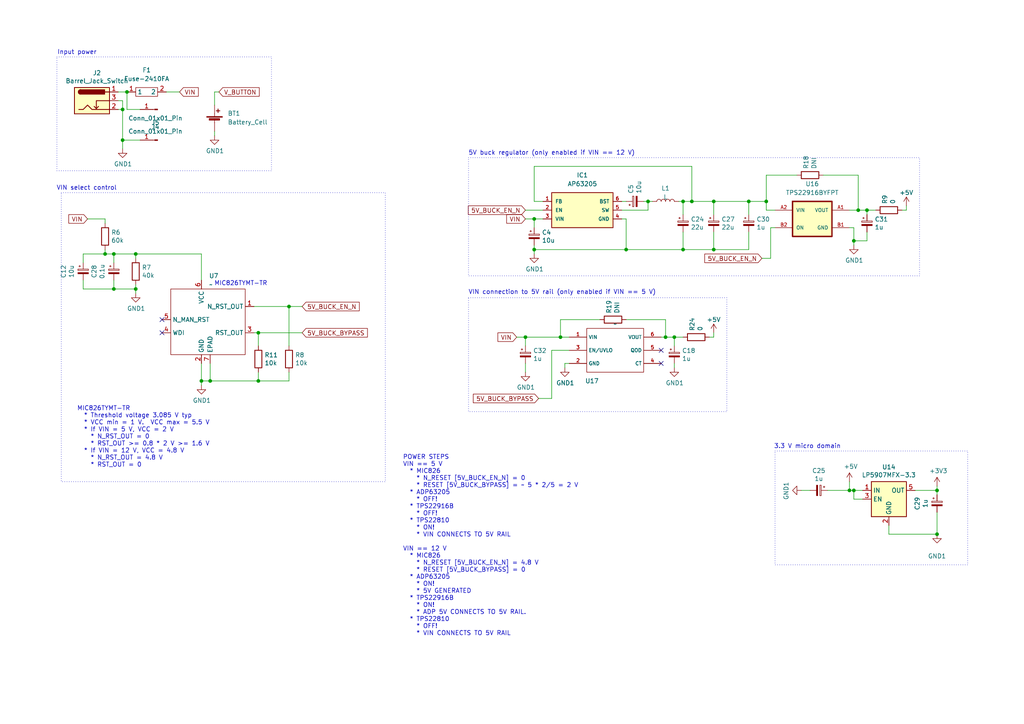
<source format=kicad_sch>
(kicad_sch (version 20231120) (generator "eeschema") (generator_version "8.0")
  (paper "A4")
  (lib_symbols
    (symbol "Connector:Barrel_Jack_Switch" (pin_names hide)
      (property "Reference" "J" (at 0 5.334 0))
      (property "Value" "Barrel_Jack_Switch" (at 0 -5.08 0))
      (symbol "Barrel_Jack_Switch_0_1"
        (rectangle (start -5.08 3.81) (end 5.08 -3.81) (stroke (width 0.254)) (fill (type background)))
        (arc (start -3.302 3.175) (mid -3.9343 2.54) (end -3.302 1.905) (stroke (width 0.254)))
        (arc (start -3.302 3.175) (mid -3.9343 2.54) (end -3.302 1.905) (stroke (width 0.254)) (fill (type outline)))
        (polyline (pts (xy 1.27 -2.286) (xy 1.905 -1.651)) (stroke (width 0.254)))
        (polyline (pts (xy 5.08 2.54) (xy 3.81 2.54)) (stroke (width 0.254)))
        (polyline (pts (xy 5.08 0) (xy 1.27 0) (xy 1.27 -2.286) (xy 0.635 -1.651)) (stroke (width 0.254)))
        (polyline (pts (xy -3.81 -2.54) (xy -2.54 -2.54) (xy -1.27 -1.27) (xy 0 -2.54) (xy 2.54 -2.54) (xy 5.08 -2.54)) (stroke (width 0.254)))
        (rectangle (start 3.683 3.175) (end -3.302 1.905) (stroke (width 0.254)) (fill (type outline)))
      )
      (symbol "Barrel_Jack_Switch_1_1"
        (pin passive line (at 7.62 2.54 180) (length 2.54) (name "~") (number "1"))
        (pin passive line (at 7.62 -2.54 180) (length 2.54) (name "~") (number "2"))
        (pin passive line (at 7.62 0 180) (length 2.54) (name "~") (number "3"))
      )
    )
    (symbol "Connector:Conn_01x01_Pin" (pin_names (offset 1.016) hide)
      (property "Reference" "J" (at 0 2.54 0))
      (property "Value" "Conn_01x01_Pin" (at 0 -2.54 0))
      (symbol "Conn_01x01_Pin_1_1"
        (polyline (pts (xy 1.27 0) (xy 0.8636 0)) (stroke (width 0.1524)))
        (rectangle (start 0.8636 0.127) (end 0 -0.127) (stroke (width 0.1524)) (fill (type outline)))
        (pin passive line (at 5.08 0 180) (length 3.81) (name "Pin_1") (number "1"))
      )
    )
    (symbol "Device:Battery_Cell" (pin_numbers hide) (pin_names (offset 0) hide)
      (property "Reference" "BT" (at 2.54 2.54 0))
      (property "Value" "Battery_Cell" (at 2.54 0 0))
      (symbol "Battery_Cell_0_1"
        (rectangle (start -2.286 1.778) (end 2.286 1.524) (fill (type outline)))
        (rectangle (start -1.5748 1.1938) (end 1.4732 0.6858) (fill (type outline)))
        (polyline (pts (xy 0 0.762) (xy 0 0)))
        (polyline (pts (xy 0 1.778) (xy 0 2.54)))
        (polyline (pts (xy 0.508 3.429) (xy 1.524 3.429)) (stroke (width 0.254)))
        (polyline (pts (xy 1.016 3.937) (xy 1.016 2.921)) (stroke (width 0.254)))
      )
      (symbol "Battery_Cell_1_1"
        (pin passive line (at 0 5.08 270) (length 2.54) (name "+") (number "1"))
        (pin passive line (at 0 -2.54 90) (length 2.54) (name "-") (number "2"))
      )
    )
    (symbol "Device:L" (pin_numbers hide) (pin_names (offset 1.016) hide)
      (property "Reference" "L" (at -1.27 0 90))
      (property "Value" "L" (at 1.905 0 90))
      (symbol "L_0_1"
        (arc (start 0 -2.54) (mid 0.6323 -1.905) (end 0 -1.27))
        (arc (start 0 -1.27) (mid 0.6323 -0.635) (end 0 0))
        (arc (start 0 0) (mid 0.6323 0.635) (end 0 1.27))
        (arc (start 0 1.27) (mid 0.6323 1.905) (end 0 2.54))
      )
      (symbol "L_1_1"
        (pin passive line (at 0 3.81 270) (length 1.27) (name "1") (number "1"))
        (pin passive line (at 0 -3.81 90) (length 1.27) (name "2") (number "2"))
      )
    )
    (symbol "Device:R" (pin_numbers hide) (pin_names (offset 0))
      (property "Reference" "R" (at 2.032 0 90))
      (property "Value" "R" (at 0 0 90))
      (symbol "R_0_1"
        (rectangle (start -1.016 -2.54) (end 1.016 2.54) (stroke (width 0.254)))
      )
      (symbol "R_1_1"
        (pin passive line (at 0 3.81 270) (length 1.27) (name "~") (number "1"))
        (pin passive line (at 0 -3.81 90) (length 1.27) (name "~") (number "2"))
      )
    )
    (symbol "Regulator_Linear:LP5907MFX-3.3"
      (property "Reference" "U" (at -3.81 6.35 0))
      (property "Value" "LP5907MFX-3.3" (at 6.35 6.35 0))
      (symbol "LP5907MFX-3.3_0_1"
        (rectangle (start -5.08 -5.08) (end 5.08 5.08) (stroke (width 0.254)) (fill (type background)))
        (pin power_in line (at -7.62 2.54 0) (length 2.54) (name "IN") (number "1"))
        (pin power_in line (at 0 -7.62 90) (length 2.54) (name "GND") (number "2"))
        (pin input line (at -7.62 0 0) (length 2.54) (name "EN") (number "3"))
        (pin no_connect line (at 5.08 0 180) (length 2.54) hide (name "NC") (number "4"))
        (pin power_out line (at 7.62 2.54 180) (length 2.54) (name "OUT") (number "5"))
      )
    )
    (symbol "power:+5V" (power) (pin_names (offset 0))
      (property "Value" "+5V" (at 0 3.556 0))
      (symbol "+5V_0_1"
        (polyline (pts (xy -0.762 1.27) (xy 0 2.54)))
        (polyline (pts (xy 0 0) (xy 0 2.54)))
        (polyline (pts (xy 0 2.54) (xy 0.762 1.27)))
      )
      (symbol "+5V_1_1"
        (pin power_in line (at 0 0 90) (length 0) hide (name "+5V") (number "1"))
      )
    )
    (symbol "power:GND1" (power) (pin_names (offset 0))
      (property "Value" "GND1" (at 0 -3.81 0))
      (symbol "GND1_0_1"
        (polyline (pts (xy 0 0) (xy 0 -1.27) (xy 1.27 -1.27) (xy 0 -2.54) (xy -1.27 -1.27) (xy 0 -1.27)))
      )
      (symbol "GND1_1_1"
        (pin power_in line (at 0 0 270) (length 0) hide (name "GND1") (number "1"))
      )
    )
    (symbol "spudglo_driver_v3p1-rescue:+3.3V-power" (power) (pin_names (offset 0))
      (property "Value" "+3.3V-power" (at 0 3.556 0))
      (symbol "+3.3V-power_0_1"
        (polyline (pts (xy -0.762 1.27) (xy 0 2.54)))
        (polyline (pts (xy 0 0) (xy 0 2.54)))
        (polyline (pts (xy 0 2.54) (xy 0.762 1.27)))
      )
      (symbol "+3.3V-power_1_1"
        (pin power_in line (at 0 0 90) (length 0) hide (name "+3V3") (number "1"))
      )
    )
    (symbol "spudglo_driver_v3p1-rescue:CP_Small-Device" (pin_numbers hide) (pin_names (offset 0.254) hide)
      (property "Reference" "C" (at 0.254 1.778 0))
      (property "Value" "CP_Small-Device" (at 0.254 -2.032 0))
      (symbol "CP_Small-Device_0_1"
        (rectangle (start -1.524 -0.3048) (end 1.524 -0.6858) (fill (type outline)))
        (rectangle (start -1.524 0.6858) (end 1.524 0.3048))
        (polyline (pts (xy -1.27 1.524) (xy -0.762 1.524)))
        (polyline (pts (xy -1.016 1.27) (xy -1.016 1.778)))
      )
      (symbol "CP_Small-Device_1_1"
        (pin passive line (at 0 2.54 270) (length 1.8542) (name "~") (number "1"))
        (pin passive line (at 0 -2.54 90) (length 1.8542) (name "~") (number "2"))
      )
    )
    (symbol "srw_custom:AP63205" (pin_names (offset 1.016))
      (property "Reference" "IC" (at 0 6.35 0))
      (property "Value" "AP63205" (at 0 -6.35 0))
      (symbol "AP63205_0_0"
        (rectangle (start -8.89 -5.08) (end 8.89 5.08) (stroke (width 0.254)) (fill (type background)))
        (pin bidirectional line (at -11.43 2.54 0) (length 2.54) (name "FB") (number "1"))
        (pin bidirectional line (at -11.43 0 0) (length 2.54) (name "EN") (number "2"))
        (pin bidirectional line (at -11.43 -2.54 0) (length 2.54) (name "VIN") (number "3"))
        (pin bidirectional line (at 11.43 -2.54 180) (length 2.54) (name "GND") (number "4"))
        (pin bidirectional line (at 11.43 0 180) (length 2.54) (name "SW") (number "5"))
        (pin bidirectional line (at 11.43 2.54 180) (length 2.54) (name "BST") (number "6"))
      )
    )
    (symbol "srw_custom:Fuse-2410FA"
      (property "Reference" "F" (at 0 0 0))
      (property "Value" "Fuse-2410FA" (at 0 2.54 0))
      (symbol "Fuse-2410FA_0_1"
        (rectangle (start 0 -2.54) (end 6.35 -5.08))
      )
      (symbol "Fuse-2410FA_1_1"
        (pin input line (at -2.54 -3.81 0) (length 2.54) (name "1") (number "1"))
        (pin input line (at 8.89 -3.81 180) (length 2.54) (name "2") (number "2"))
      )
    )
    (symbol "srw_custom:MIC826SYMT"
      (property "Reference" "U" (at -1.778 2.54 0))
      (symbol "MIC826SYMT_1_1"
        (rectangle (start 0 0) (end 21.59 -19.05))
        (pin input line (at 24.13 -5.08 180) (length 2.54) (name "N_RST_OUT") (number "1"))
        (pin input line (at 8.89 -21.59 90) (length 2.54) (name "GND") (number "2"))
        (pin input line (at 24.13 -12.7 180) (length 2.54) (name "RST_OUT") (number "3"))
        (pin input line (at -2.54 -12.7 0) (length 2.54) (name "WDI") (number "4"))
        (pin input line (at -2.54 -8.89 0) (length 2.54) (name "N_MAN_RST") (number "5"))
        (pin input line (at 8.89 2.54 270) (length 2.54) (name "VCC") (number "6"))
        (pin input line (at 11.43 -21.59 90) (length 2.54) (name "EPAD") (number "7"))
      )
    )
    (symbol "srw_custom:TPS22810TDBVRQ1"
      (property "Reference" "U" (at -1.778 1.778 0))
      (symbol "TPS22810TDBVRQ1_0_0"
        (pin bidirectional line (at -5.08 -2.54 0) (length 5.08) (name "VIN") (number "1"))
        (pin bidirectional line (at -5.08 -10.16 0) (length 5.08) (name "GND") (number "2"))
        (pin bidirectional line (at -5.08 -6.35 0) (length 5.08) (name "EN/UVLO") (number "3"))
        (pin bidirectional line (at 21.59 -10.16 180) (length 5.08) (name "CT") (number "4"))
        (pin bidirectional line (at 21.59 -6.35 180) (length 5.08) (name "QOD") (number "5"))
        (pin bidirectional line (at 21.59 -2.54 180) (length 5.08) (name "VOUT") (number "6"))
      )
      (symbol "TPS22810TDBVRQ1_1_1"
        (rectangle (start 0 0) (end 16.51 -12.7))
      )
    )
    (symbol "srw_custom:TPS22916BYFPT" (pin_names (offset 1.016))
      (property "Reference" "U" (at -17.8193 8.6391 0))
      (property "Value" "TPS22916BYFPT" (at -29.464 -5.842 0))
      (symbol "TPS22916BYFPT_0_0"
        (rectangle (start -17.78 7.62) (end -6.35 -2.54) (stroke (width 0.41)) (fill (type background)))
        (pin output line (at -1.27 5.08 180) (length 5.08) (name "VOUT") (number "A1"))
        (pin input line (at -22.86 5.08 0) (length 5.08) (name "VIN") (number "A2"))
        (pin power_in line (at -1.27 0 180) (length 5.08) (name "GND") (number "B1"))
        (pin bidirectional line (at -22.86 0 0) (length 5.08) (name "ON") (number "B2"))
      )
    )
  )
  (junction (at 207.01 72.39))
  (junction (at 83.82 88.9))
  (junction (at 36.83 26.67))
  (junction (at 152.4 97.79))
  (junction (at 195.58 97.79))
  (junction (at 33.02 73.66))
  (junction (at 193.04 97.79))
  (junction (at 154.94 63.5))
  (junction (at 207.01 58.42))
  (junction (at 74.93 96.52))
  (junction (at 246.38 142.24))
  (junction (at 58.42 110.49))
  (junction (at 154.94 72.39))
  (junction (at 39.37 73.66))
  (junction (at 33.02 83.82))
  (junction (at 247.65 142.24))
  (junction (at 248.92 60.96))
  (junction (at 35.56 31.75))
  (junction (at 200.66 58.42))
  (junction (at 60.96 110.49))
  (junction (at 35.56 40.64))
  (junction (at 30.48 73.66))
  (junction (at 271.78 154.94))
  (junction (at 198.12 72.39))
  (junction (at 162.56 97.79))
  (junction (at 271.78 142.24))
  (junction (at 39.37 83.82))
  (junction (at 247.65 69.85))
  (junction (at 198.12 58.42))
  (junction (at 187.96 58.42))
  (junction (at 222.25 58.42))
  (junction (at 251.46 60.96))
  (junction (at 217.17 58.42))
  (junction (at 74.93 110.49))
  (junction (at 181.61 72.39))
  (no_connect (at 191.77 101.6))
  (no_connect (at 46.99 92.71))
  (no_connect (at 191.77 105.41))
  (no_connect (at 46.99 96.52))
  (wire (pts (xy 33.02 73.66) (xy 39.37 73.66)))
  (wire (pts (xy 33.02 83.82) (xy 24.13 83.82)))
  (wire (pts (xy 222.25 60.96) (xy 224.79 60.96)))
  (wire (pts (xy 207.01 97.79) (xy 207.01 96.52)))
  (wire (pts (xy 33.02 81.28) (xy 33.02 83.82)))
  (wire (pts (xy 247.65 66.04) (xy 247.65 69.85)))
  (wire (pts (xy 40.64 31.75) (xy 36.83 31.75)))
  (wire (pts (xy 33.02 83.82) (xy 39.37 83.82)))
  (wire (pts (xy 83.82 107.95) (xy 83.82 110.49)))
  (wire (pts (xy 251.46 69.85) (xy 247.65 69.85)))
  (wire (pts (xy 257.81 152.4) (xy 257.81 154.94)))
  (wire (pts (xy 251.46 62.23) (xy 251.46 60.96)))
  (wire (pts (xy 193.04 97.79) (xy 195.58 97.79)))
  (wire (pts (xy 271.78 142.24) (xy 265.43 142.24)))
  (wire (pts (xy 35.56 40.64) (xy 40.64 40.64)))
  (wire (pts (xy 154.94 63.5) (xy 157.48 63.5)))
  (wire (pts (xy 58.42 110.49) (xy 58.42 111.76)))
  (wire (pts (xy 33.02 73.66) (xy 33.02 76.2)))
  (wire (pts (xy 180.34 58.42) (xy 181.61 58.42)))
  (wire (pts (xy 181.61 63.5) (xy 180.34 63.5)))
  (wire (pts (xy 39.37 82.55) (xy 39.37 83.82)))
  (wire (pts (xy 162.56 97.79) (xy 165.1 97.79)))
  (wire (pts (xy 154.94 48.26) (xy 200.66 48.26)))
  (wire (pts (xy 246.38 66.04) (xy 247.65 66.04)))
  (wire (pts (xy 196.85 58.42) (xy 198.12 58.42)))
  (wire (pts (xy 30.48 64.77) (xy 30.48 63.5)))
  (wire (pts (xy 217.17 62.23) (xy 217.17 58.42)))
  (wire (pts (xy 34.29 26.67) (xy 36.83 26.67)))
  (wire (pts (xy 74.93 107.95) (xy 74.93 110.49)))
  (wire (pts (xy 232.41 142.24) (xy 234.95 142.24)))
  (wire (pts (xy 163.83 105.41) (xy 165.1 105.41)))
  (wire (pts (xy 73.66 96.52) (xy 74.93 96.52)))
  (wire (pts (xy 251.46 60.96) (xy 254 60.96)))
  (wire (pts (xy 223.52 66.04) (xy 224.79 66.04)))
  (wire (pts (xy 246.38 60.96) (xy 248.92 60.96)))
  (wire (pts (xy 217.17 58.42) (xy 222.25 58.42)))
  (wire (pts (xy 39.37 73.66) (xy 39.37 74.93)))
  (wire (pts (xy 246.38 139.7) (xy 246.38 142.24)))
  (wire (pts (xy 60.96 105.41) (xy 60.96 110.49)))
  (wire (pts (xy 195.58 97.79) (xy 195.58 100.33)))
  (wire (pts (xy 181.61 92.71) (xy 193.04 92.71)))
  (wire (pts (xy 163.83 106.68) (xy 163.83 105.41)))
  (wire (pts (xy 198.12 67.31) (xy 198.12 72.39)))
  (wire (pts (xy 160.02 115.57) (xy 160.02 101.6)))
  (wire (pts (xy 83.82 100.33) (xy 83.82 88.9)))
  (wire (pts (xy 217.17 72.39) (xy 217.17 67.31)))
  (wire (pts (xy 154.94 72.39) (xy 154.94 73.66)))
  (wire (pts (xy 58.42 105.41) (xy 58.42 110.49)))
  (wire (pts (xy 74.93 110.49) (xy 83.82 110.49)))
  (wire (pts (xy 262.89 59.69) (xy 262.89 60.96)))
  (wire (pts (xy 250.19 142.24) (xy 247.65 142.24)))
  (wire (pts (xy 247.65 144.78) (xy 247.65 142.24)))
  (wire (pts (xy 60.96 110.49) (xy 74.93 110.49)))
  (wire (pts (xy 149.86 97.79) (xy 152.4 97.79)))
  (wire (pts (xy 154.94 66.04) (xy 154.94 63.5)))
  (wire (pts (xy 48.26 26.67) (xy 52.07 26.67)))
  (wire (pts (xy 74.93 96.52) (xy 74.93 100.33)))
  (wire (pts (xy 261.62 60.96) (xy 262.89 60.96)))
  (wire (pts (xy 191.77 97.79) (xy 193.04 97.79)))
  (wire (pts (xy 207.01 72.39) (xy 217.17 72.39)))
  (wire (pts (xy 39.37 83.82) (xy 39.37 85.09)))
  (wire (pts (xy 248.92 60.96) (xy 251.46 60.96)))
  (wire (pts (xy 74.93 96.52) (xy 87.63 96.52)))
  (wire (pts (xy 205.74 97.79) (xy 207.01 97.79)))
  (wire (pts (xy 30.48 72.39) (xy 30.48 73.66)))
  (wire (pts (xy 35.56 31.75) (xy 35.56 29.21)))
  (wire (pts (xy 35.56 29.21) (xy 34.29 29.21)))
  (wire (pts (xy 257.81 154.94) (xy 271.78 154.94)))
  (wire (pts (xy 187.96 58.42) (xy 189.23 58.42)))
  (wire (pts (xy 271.78 143.51) (xy 271.78 142.24)))
  (wire (pts (xy 152.4 100.33) (xy 152.4 97.79)))
  (wire (pts (xy 160.02 101.6) (xy 165.1 101.6)))
  (wire (pts (xy 207.01 67.31) (xy 207.01 72.39)))
  (wire (pts (xy 62.23 30.48) (xy 62.23 26.67)))
  (wire (pts (xy 24.13 76.2) (xy 24.13 73.66)))
  (wire (pts (xy 250.19 144.78) (xy 247.65 144.78)))
  (wire (pts (xy 173.99 92.71) (xy 162.56 92.71)))
  (wire (pts (xy 198.12 72.39) (xy 207.01 72.39)))
  (wire (pts (xy 39.37 73.66) (xy 58.42 73.66)))
  (wire (pts (xy 34.29 31.75) (xy 35.56 31.75)))
  (wire (pts (xy 62.23 26.67) (xy 63.5 26.67)))
  (wire (pts (xy 246.38 142.24) (xy 240.03 142.24)))
  (wire (pts (xy 62.23 38.1) (xy 62.23 39.37)))
  (wire (pts (xy 152.4 63.5) (xy 154.94 63.5)))
  (wire (pts (xy 24.13 73.66) (xy 30.48 73.66)))
  (wire (pts (xy 35.56 40.64) (xy 35.56 43.18)))
  (wire (pts (xy 152.4 97.79) (xy 162.56 97.79)))
  (wire (pts (xy 248.92 60.96) (xy 248.92 50.8)))
  (wire (pts (xy 181.61 63.5) (xy 181.61 72.39)))
  (wire (pts (xy 35.56 31.75) (xy 35.56 40.64)))
  (wire (pts (xy 200.66 58.42) (xy 207.01 58.42)))
  (wire (pts (xy 222.25 58.42) (xy 222.25 60.96)))
  (wire (pts (xy 248.92 50.8) (xy 238.76 50.8)))
  (wire (pts (xy 30.48 73.66) (xy 33.02 73.66)))
  (wire (pts (xy 207.01 58.42) (xy 217.17 58.42)))
  (wire (pts (xy 181.61 72.39) (xy 198.12 72.39)))
  (wire (pts (xy 223.52 66.04) (xy 223.52 74.93)))
  (wire (pts (xy 251.46 67.31) (xy 251.46 69.85)))
  (wire (pts (xy 36.83 31.75) (xy 36.83 26.67)))
  (wire (pts (xy 198.12 58.42) (xy 198.12 62.23)))
  (wire (pts (xy 156.21 115.57) (xy 160.02 115.57)))
  (wire (pts (xy 154.94 58.42) (xy 157.48 58.42)))
  (wire (pts (xy 154.94 72.39) (xy 181.61 72.39)))
  (wire (pts (xy 271.78 148.59) (xy 271.78 154.94)))
  (wire (pts (xy 180.34 60.96) (xy 187.96 60.96)))
  (wire (pts (xy 152.4 60.96) (xy 157.48 60.96)))
  (wire (pts (xy 271.78 142.24) (xy 271.78 140.97)))
  (wire (pts (xy 154.94 71.12) (xy 154.94 72.39)))
  (wire (pts (xy 58.42 73.66) (xy 58.42 81.28)))
  (wire (pts (xy 195.58 105.41) (xy 195.58 106.68)))
  (wire (pts (xy 154.94 48.26) (xy 154.94 58.42)))
  (wire (pts (xy 247.65 142.24) (xy 246.38 142.24)))
  (wire (pts (xy 222.25 58.42) (xy 222.25 50.8)))
  (wire (pts (xy 58.42 110.49) (xy 60.96 110.49)))
  (wire (pts (xy 73.66 88.9) (xy 83.82 88.9)))
  (wire (pts (xy 195.58 97.79) (xy 198.12 97.79)))
  (wire (pts (xy 193.04 92.71) (xy 193.04 97.79)))
  (wire (pts (xy 207.01 58.42) (xy 207.01 62.23)))
  (wire (pts (xy 162.56 92.71) (xy 162.56 97.79)))
  (wire (pts (xy 222.25 50.8) (xy 231.14 50.8)))
  (wire (pts (xy 186.69 58.42) (xy 187.96 58.42)))
  (wire (pts (xy 24.13 83.82) (xy 24.13 81.28)))
  (wire (pts (xy 152.4 105.41) (xy 152.4 107.95)))
  (wire (pts (xy 187.96 60.96) (xy 187.96 58.42)))
  (wire (pts (xy 200.66 48.26) (xy 200.66 58.42)))
  (wire (pts (xy 220.98 74.93) (xy 223.52 74.93)))
  (wire (pts (xy 83.82 88.9) (xy 87.63 88.9)))
  (wire (pts (xy 247.65 69.85) (xy 247.65 71.12)))
  (wire (pts (xy 198.12 58.42) (xy 200.66 58.42)))
  (wire (pts (xy 25.4 63.5) (xy 30.48 63.5)))
  (rectangle (start 135.89 45.72) (end 266.7 80.01) (stroke (width 0) (type dot)))
  (rectangle (start 16.51 16.51) (end 78.74 49.53) (stroke (width 0) (type dot)))
  (rectangle (start 135.89 86.36) (end 210.82 119.38) (stroke (width 0) (type dot)))
  (rectangle (start 17.78 55.88) (end 111.76 139.7) (stroke (width 0) (type dot)))
  (rectangle (start 224.79 130.81) (end 280.67 163.83) (stroke (width 0) (type dot)))
  (text "VIN select control" (at 25.146 54.61 0) (effects (font (size 1.27 1.27))))
  (text "VIN connection to 5V rail (only enabled if VIN == 5 V)" (at 163.068 84.836 0) (effects (font (size 1.27 1.27))))
  (text "5V buck regulator (only enabled if VIN == 12 V)" (at 160.02 44.45 0) (effects (font (size 1.27 1.27))))
  (text "MIC826TYMT-TR" (at 69.85 82.296 0) (effects (font (size 1.27 1.27))))
  (text "POWER STEPS\nVIN == 5 V\n  * MIC826\n    * N_RESET [5V_BUCK_EN_N] = 0\n    * RESET [5V_BUCK_BYPASS] = ~ 5 * 2/5 = 2 V\n  * ADP63205\n    * OFF! \n  * TPS22916B\n    * OFF! \n  * TPS22810\n    * ON!  \n    * VIN CONNECTS TO 5V RAIL\n\nVIN == 12 V\n  * MIC826 \n    * N_RESET [5V_BUCK_EN_N] = 4.8 V\n    * RESET [5V_BUCK_BYPASS] = 0\n  * ADP63205\n    * ON! \n    * 5V GENERATED\n  * TPS22916B\n    * ON!\n    * ADP 5V CONNECTS TO 5V RAIL.\n  * TPS22810\n    * OFF!  \n    * VIN CONNECTS TO 5V RAIL" (at 116.84 158.242 0) (effects (font (size 1.27 1.27)) (justify left)))
  (text "Input power\n" (at 22.352 15.24 0) (effects (font (size 1.27 1.27))))
  (text "MIC826TYMT-TR\n  * Threshold voltage 3.085 V typ\n  * VCC min = 1 V.  VCC max = 5.5 V\n  * If VIN = 5 V, VCC = 2 V\n    * N_RST_OUT = 0 \n    * RST_OUT >= 0.8 * 2 V >= 1.6 V\n  * If VIN = 12 V, VCC = 4.8 V\n    * N_RST_OUT = 4.8 V \n    * RST_OUT = 0 \n" (at 22.352 126.746 0) (effects (font (size 1.27 1.27)) (justify left)))
  (text "3.3 V micro domain" (at 234.188 129.54 0) (effects (font (size 1.27 1.27))))
  (global_label "V_BUTTON" (shape input) (at 63.5 26.67 0) (property "Intersheetrefs" "${INTERSHEET_REFS}" (effects (hide yes))))
  (global_label "VIN" (shape input) (at 149.86 97.79 180) (property "Intersheetrefs" "${INTERSHEET_REFS}" (effects (hide yes))))
  (global_label "5V_BUCK_EN_N" (shape input) (at 220.98 74.93 180) (property "Intersheetrefs" "${INTERSHEET_REFS}" (effects (hide yes))))
  (global_label "VIN" (shape input) (at 152.4 63.5 180) (property "Intersheetrefs" "${INTERSHEET_REFS}" (effects (hide yes))))
  (global_label "5V_BUCK_EN_N" (shape input) (at 152.4 60.96 180) (property "Intersheetrefs" "${INTERSHEET_REFS}" (effects (hide yes))))
  (global_label "VIN" (shape input) (at 25.4 63.5 180) (property "Intersheetrefs" "${INTERSHEET_REFS}" (effects (hide yes))))
  (global_label "5V_BUCK_EN_N" (shape input) (at 87.63 88.9 0) (property "Intersheetrefs" "${INTERSHEET_REFS}" (effects (hide yes))))
  (global_label "5V_BUCK_BYPASS" (shape input) (at 156.21 115.57 180) (property "Intersheetrefs" "${INTERSHEET_REFS}" (effects (hide yes))))
  (global_label "5V_BUCK_BYPASS" (shape input) (at 87.63 96.52 0) (property "Intersheetrefs" "${INTERSHEET_REFS}" (effects (hide yes))))
  (global_label "VIN" (shape input) (at 52.07 26.67 0) (property "Intersheetrefs" "${INTERSHEET_REFS}" (effects (hide yes))))
  (symbol (lib_id "power:GND1") (at 154.94 73.66 0) (unit 1)
    (property "Reference" "#PWR029" (effects (hide yes)))
    (property "Value" "GND1" (at 155.067 78.0542 0))
  )
  (symbol (lib_id "srw_custom:TPS22810TDBVRQ1") (at 170.18 95.25 0) (unit 1)
    (property "Reference" "U17" (at 171.704 110.49 0))
    (property "Value" "~" (at 178.435 93.98 0))
    (property "Footprint" "srw_custom:TPS22810TDBVRQ1" (effects (hide yes)))
  )
  (symbol (lib_id "Connector:Conn_01x01_Pin") (at 45.72 40.64 180) (unit 1)
    (property "Reference" "J5" (at 45.085 35.56 0))
    (property "Value" "Conn_01x01_Pin" (at 45.085 38.1 0))
    (property "Footprint" "Connector_Pin:Pin_D1.3mm_L11.0mm_LooseFit" (effects (hide yes)))
    (property "Description" "Generic connector, single row, 01x01, script generated" (effects (hide yes)))
  )
  (symbol (lib_id "spudglo_driver_v3p1-rescue:CP_Small-Device") (at 152.4 102.87 0) (unit 1)
    (property "Reference" "C32" (at 154.6352 101.7016 0) (effects (justify left)))
    (property "Value" "1u" (at 154.6352 104.013 0) (effects (justify left)))
    (property "Footprint" "Capacitor_SMD:C_0402_1005Metric_Pad0.74x0.62mm_HandSolder" (effects (hide yes)))
  )
  (symbol (lib_id "spudglo_driver_v3p1-rescue:CP_Small-Device") (at 195.58 102.87 0) (unit 1)
    (property "Reference" "C18" (at 197.8152 101.7016 0) (effects (justify left)))
    (property "Value" "1u" (at 197.8152 104.013 0) (effects (justify left)))
    (property "Footprint" "Capacitor_SMD:C_0402_1005Metric_Pad0.74x0.62mm_HandSolder" (effects (hide yes)))
  )
  (symbol (lib_id "spudglo_driver_v3p1-rescue:CP_Small-Device") (at 237.49 142.24 270) (unit 1)
    (property "Reference" "C25" (at 237.49 136.525 90))
    (property "Value" "1u" (at 237.49 138.8364 90))
    (property "Footprint" "Capacitor_SMD:C_0402_1005Metric_Pad0.74x0.62mm_HandSolder" (effects (hide yes)))
  )
  (symbol (lib_id "Device:Battery_Cell") (at 62.23 35.56 0) (unit 1)
    (property "Reference" "BT1" (at 66.04 32.893 0) (effects (justify left)))
    (property "Value" "Battery_Cell" (at 66.04 35.433 0) (effects (justify left)))
    (property "Footprint" "Battery:BatteryHolder_Keystone_500" (effects (hide yes)))
  )
  (symbol (lib_id "spudglo_driver_v3p1-rescue:CP_Small-Device") (at 33.02 78.74 0) (unit 1)
    (property "Reference" "C28" (at 27.305 78.74 90))
    (property "Value" "0.1u" (at 29.6164 78.74 90))
    (property "Footprint" "Capacitor_SMD:C_0402_1005Metric_Pad0.74x0.62mm_HandSolder" (effects (hide yes)))
  )
  (symbol (lib_id "power:GND1") (at 163.83 106.68 0) (unit 1)
    (property "Reference" "#PWR035" (effects (hide yes)))
    (property "Value" "GND1" (at 163.957 111.0742 0))
  )
  (symbol (lib_id "Device:R") (at 30.48 68.58 0) (unit 1)
    (property "Reference" "R6" (at 32.258 67.4116 0) (effects (justify left)))
    (property "Value" "60k" (at 32.258 69.723 0) (effects (justify left)))
    (property "Footprint" "Resistor_SMD:R_0402_1005Metric_Pad0.72x0.64mm_HandSolder" (effects (hide yes)))
  )
  (symbol (lib_id "Device:R") (at 74.93 104.14 0) (unit 1)
    (property "Reference" "R11" (at 76.708 102.9716 0) (effects (justify left)))
    (property "Value" "10k" (at 76.708 105.283 0) (effects (justify left)))
    (property "Footprint" "Resistor_SMD:R_0402_1005Metric_Pad0.72x0.64mm_HandSolder" (effects (hide yes)))
  )
  (symbol (lib_id "power:GND1") (at 58.42 111.76 0) (unit 1)
    (property "Reference" "#PWR033" (effects (hide yes)))
    (property "Value" "GND1" (at 58.547 116.1542 0))
  )
  (symbol (lib_id "power:+5V") (at 207.01 96.52 0) (unit 1)
    (property "Reference" "#PWR024" (effects (hide yes)))
    (property "Value" "+5V" (at 207.01 92.71 0))
  )
  (symbol (lib_id "spudglo_driver_v3p1-rescue:CP_Small-Device") (at 184.15 58.42 90) (unit 1)
    (property "Reference" "C5" (at 182.9816 56.1848 0) (effects (justify left)))
    (property "Value" "10u" (at 185.293 56.1848 0) (effects (justify left)))
    (property "Footprint" "Capacitor_SMD:C_0402_1005Metric_Pad0.74x0.62mm_HandSolder" (effects (hide yes)))
  )
  (symbol (lib_id "Device:R") (at 234.95 50.8 90) (unit 1)
    (property "Reference" "R18" (at 233.7816 49.022 0) (effects (justify left)))
    (property "Value" "DNI" (at 236.093 49.022 0) (effects (justify left)))
    (property "Footprint" "Resistor_SMD:R_0402_1005Metric_Pad0.72x0.64mm_HandSolder" (effects (hide yes)))
  )
  (symbol (lib_id "Regulator_Linear:LP5907MFX-3.3") (at 257.81 144.78 0) (unit 1)
    (property "Reference" "U14" (at 257.81 135.4582 0))
    (property "Value" "LP5907MFX-3.3" (at 257.81 137.7696 0))
    (property "Footprint" "Package_TO_SOT_SMD:SOT-23-5" (effects (hide yes)))
    (property "Datasheet" "http://www.ti.com/lit/ds/symlink/lp5907.pdf" (effects (hide yes)))
  )
  (symbol (lib_id "power:GND1") (at 195.58 106.68 0) (unit 1)
    (property "Reference" "#PWR030" (effects (hide yes)))
    (property "Value" "GND1" (at 195.707 111.0742 0))
  )
  (symbol (lib_id "Device:R") (at 177.8 92.71 90) (unit 1)
    (property "Reference" "R19" (at 176.6316 90.932 0) (effects (justify left)))
    (property "Value" "DNI" (at 178.943 90.932 0) (effects (justify left)))
    (property "Footprint" "Resistor_SMD:R_0402_1005Metric_Pad0.72x0.64mm_HandSolder" (effects (hide yes)))
  )
  (symbol (lib_id "srw_custom:AP63205") (at 168.91 60.96 0) (unit 1)
    (property "Reference" "IC1" (at 168.91 50.8 0))
    (property "Value" "AP63205" (at 168.91 53.34 0))
    (property "Footprint" "srw_custom:AP63205" (effects (hide yes)))
    (property "MF" "Diodes Zetex" (effects (hide yes)))
    (property "Description_1" "\nConv DC-DC 3.8V to 32V Synchronous Step Down Single-Out 5V 2A 6-Pin TSOT-26 T/R\n" (effects (hide yes)))
    (property "Package" "None" (effects (hide yes)))
    (property "Price" "None" (effects (hide yes)))
    (property "SnapEDA_Link" "https://www.snapeda.com/parts/AP63205/Zetex/view-part/?ref=snap" (effects (hide yes)))
    (property "MP" "AP63205" (effects (hide yes)))
    (property "Availability" "Not in stock" (effects (hide yes)))
    (property "Check_prices" "https://www.snapeda.com/parts/AP63205/Zetex/view-part/?ref=eda" (effects (hide yes)))
  )
  (symbol (lib_id "spudglo_driver_v3p1-rescue:CP_Small-Device") (at 217.17 64.77 0) (unit 1)
    (property "Reference" "C30" (at 219.4052 63.6016 0) (effects (justify left)))
    (property "Value" "1u" (at 219.4052 65.913 0) (effects (justify left)))
    (property "Footprint" "Capacitor_SMD:C_0402_1005Metric_Pad0.74x0.62mm_HandSolder" (effects (hide yes)))
  )
  (symbol (lib_id "Connector:Barrel_Jack_Switch") (at 26.67 29.21 0) (unit 1)
    (property "Reference" "J2" (at 28.1178 21.1582 0))
    (property "Value" "Barrel_Jack_Switch" (at 28.1178 23.4696 0))
    (property "Footprint" "Connector_BarrelJack:BarrelJack_Wuerth_6941xx301002" (effects (hide yes)))
  )
  (symbol (lib_id "Device:R") (at 39.37 78.74 0) (unit 1)
    (property "Reference" "R7" (at 41.148 77.5716 0) (effects (justify left)))
    (property "Value" "40k" (at 41.148 79.883 0) (effects (justify left)))
    (property "Footprint" "Resistor_SMD:R_0402_1005Metric_Pad0.72x0.64mm_HandSolder" (effects (hide yes)))
  )
  (symbol (lib_id "power:+5V") (at 262.89 59.69 0) (unit 1)
    (property "Reference" "#PWR031" (effects (hide yes)))
    (property "Value" "+5V" (at 262.89 55.88 0))
  )
  (symbol (lib_id "power:GND1") (at 62.23 39.37 0) (unit 1)
    (property "Reference" "#PWR045" (effects (hide yes)))
    (property "Value" "GND1" (at 62.357 43.7642 0))
  )
  (symbol (lib_id "Connector:Conn_01x01_Pin") (at 45.72 31.75 180) (unit 1)
    (property "Reference" "J4" (at 45.085 36.83 0))
    (property "Value" "Conn_01x01_Pin" (at 45.085 34.29 0))
    (property "Footprint" "Connector_Pin:Pin_D1.3mm_L11.0mm_LooseFit" (effects (hide yes)))
    (property "Description" "Generic connector, single row, 01x01, script generated" (effects (hide yes)))
  )
  (symbol (lib_id "spudglo_driver_v3p1-rescue:CP_Small-Device") (at 207.01 64.77 0) (unit 1)
    (property "Reference" "C27" (at 209.2452 63.6016 0) (effects (justify left)))
    (property "Value" "22u" (at 209.2452 65.913 0) (effects (justify left)))
    (property "Footprint" "Capacitor_SMD:C_0402_1005Metric_Pad0.74x0.62mm_HandSolder" (effects (hide yes)))
  )
  (symbol (lib_id "power:+5V") (at 246.38 139.7 0) (unit 1)
    (property "Reference" "#PWR021" (effects (hide yes)))
    (property "Value" "+5V" (at 246.761 135.3058 0))
  )
  (symbol (lib_id "Device:R") (at 83.82 104.14 0) (unit 1)
    (property "Reference" "R8" (at 85.598 102.9716 0) (effects (justify left)))
    (property "Value" "10k" (at 85.598 105.283 0) (effects (justify left)))
    (property "Footprint" "Resistor_SMD:R_0402_1005Metric_Pad0.72x0.64mm_HandSolder" (effects (hide yes)))
  )
  (symbol (lib_id "srw_custom:Fuse-2410FA") (at 39.37 22.86 0) (unit 1)
    (property "Reference" "F1" (at 42.545 20.32 0))
    (property "Value" "Fuse-2410FA" (at 42.545 22.86 0))
    (property "Footprint" "srw_custom:2410FA" (effects (hide yes)))
  )
  (symbol (lib_id "spudglo_driver_v3p1-rescue:CP_Small-Device") (at 251.46 64.77 0) (unit 1)
    (property "Reference" "C31" (at 253.6952 63.6016 0) (effects (justify left)))
    (property "Value" "1u" (at 253.6952 65.913 0) (effects (justify left)))
    (property "Footprint" "Capacitor_SMD:C_0402_1005Metric_Pad0.74x0.62mm_HandSolder" (effects (hide yes)))
  )
  (symbol (lib_id "spudglo_driver_v3p1-rescue:CP_Small-Device") (at 198.12 64.77 0) (unit 1)
    (property "Reference" "C24" (at 200.3552 63.6016 0) (effects (justify left)))
    (property "Value" "22u" (at 200.3552 65.913 0) (effects (justify left)))
    (property "Footprint" "Capacitor_SMD:C_0402_1005Metric_Pad0.74x0.62mm_HandSolder" (effects (hide yes)))
  )
  (symbol (lib_id "power:GND1") (at 152.4 107.95 0) (unit 1)
    (property "Reference" "#PWR028" (effects (hide yes)))
    (property "Value" "GND1" (at 152.527 112.3442 0))
  )
  (symbol (lib_id "power:GND1") (at 35.56 43.18 0) (unit 1)
    (property "Reference" "#PWR019" (effects (hide yes)))
    (property "Value" "GND1" (at 35.687 47.5742 0))
  )
  (symbol (lib_id "Device:R") (at 257.81 60.96 90) (unit 1)
    (property "Reference" "R9" (at 256.6416 59.182 0) (effects (justify left)))
    (property "Value" "0" (at 258.953 59.182 0) (effects (justify left)))
    (property "Footprint" "Resistor_SMD:R_0402_1005Metric_Pad0.72x0.64mm_HandSolder" (effects (hide yes)))
  )
  (symbol (lib_id "srw_custom:TPS22916BYFPT") (at 247.65 66.04 0) (unit 1)
    (property "Reference" "U16" (at 235.585 53.34 0))
    (property "Value" "TPS22916BYFPT" (at 235.585 55.88 0))
    (property "Footprint" "srw_custom:TPS22916BYFPT" (effects (hide yes)))
    (property "Description" "TPS22916 5.5-V, 2-A Ultra-Low Leakage Load Switch 4-DSBGA -40 to 85" (effects (hide yes)))
    (property "MF" "Texas Instruments" (effects (hide yes)))
    (property "PACKAGE" "DSBGA-4 Texas Instruments" (effects (hide yes)))
    (property "PRICE" "0.42 USD" (effects (hide yes)))
    (property "Package" "DSBGA-4 Texas Instruments" (effects (hide yes)))
    (property "Check_prices" "https://www.snapeda.com/parts/TPS22916BYFPT/Texas+Instruments/view-part/?ref=eda" (effects (hide yes)))
    (property "Price" "None" (effects (hide yes)))
    (property "SnapEDA_Link" "https://www.snapeda.com/parts/TPS22916BYFPT/Texas+Instruments/view-part/?ref=snap" (effects (hide yes)))
    (property "MP" "TPS22916BYFPT" (effects (hide yes)))
    (property "Availability" "In Stock" (effects (hide yes)))
    (property "AVAILABILITY" "Unavailable" (effects (hide yes)))
    (property "Description_1" "\n5.5-V, 2-A, 60-mΩ, 10-nA leakage load switch with output discharge\n" (effects (hide yes)))
  )
  (symbol (lib_id "Device:L") (at 193.04 58.42 90) (unit 1)
    (property "Reference" "L1" (at 193.04 54.61 90))
    (property "Value" "L" (at 193.04 57.15 90))
    (property "Footprint" "Inductor_SMD:L_1008_2520Metric_Pad1.43x2.20mm_HandSolder" (effects (hide yes)))
    (property "Datasheet" "CIGT252010EH2R2MNE" (effects (hide yes)))
  )
  (symbol (lib_id "power:GND1") (at 247.65 71.12 0) (unit 1)
    (property "Reference" "#PWR034" (effects (hide yes)))
    (property "Value" "GND1" (at 247.777 75.5142 0))
  )
  (symbol (lib_id "power:GND1") (at 271.78 154.94 0) (unit 1)
    (property "Reference" "#PWR023" (effects (hide yes)))
    (property "Value" "GND1" (at 271.78 161.29 0))
  )
  (symbol (lib_id "Device:R") (at 201.93 97.79 90) (unit 1)
    (property "Reference" "R24" (at 200.7616 96.012 0) (effects (justify left)))
    (property "Value" "0" (at 203.073 96.012 0) (effects (justify left)))
    (property "Footprint" "Resistor_SMD:R_0402_1005Metric_Pad0.72x0.64mm_HandSolder" (effects (hide yes)))
  )
  (symbol (lib_id "power:GND1") (at 232.41 142.24 270) (unit 1)
    (property "Reference" "#PWR03" (effects (hide yes)))
    (property "Value" "GND1" (at 228.0158 142.367 0))
  )
  (symbol (lib_id "spudglo_driver_v3p1-rescue:+3.3V-power") (at 271.78 140.97 0) (unit 1)
    (property "Reference" "#PWR022" (effects (hide yes)))
    (property "Value" "+3V3" (at 272.161 136.5758 0))
  )
  (symbol (lib_id "spudglo_driver_v3p1-rescue:CP_Small-Device") (at 24.13 78.74 0) (unit 1)
    (property "Reference" "C12" (at 18.415 78.74 90))
    (property "Value" "10u" (at 20.7264 78.74 90))
    (property "Footprint" "Capacitor_SMD:C_0402_1005Metric_Pad0.74x0.62mm_HandSolder" (effects (hide yes)))
  )
  (symbol (lib_id "power:GND1") (at 39.37 85.09 0) (unit 1)
    (property "Reference" "#PWR01" (effects (hide yes)))
    (property "Value" "GND1" (at 39.497 89.4842 0))
  )
  (symbol (lib_id "spudglo_driver_v3p1-rescue:CP_Small-Device") (at 271.78 146.05 0) (unit 1)
    (property "Reference" "C29" (at 266.065 146.05 90))
    (property "Value" "1u" (at 268.3764 146.05 90))
    (property "Footprint" "Capacitor_SMD:C_0402_1005Metric_Pad0.74x0.62mm_HandSolder" (effects (hide yes)))
  )
  (symbol (lib_id "srw_custom:MIC826SYMT") (at 49.53 83.82 0) (unit 1)
    (property "Reference" "U7" (at 60.6141 80.01 0) (effects (justify left)))
    (property "Value" "~" (at 60.6141 82.55 0) (effects (justify left)))
    (property "Footprint" "srw_custom:MIC826SYMT" (effects (hide yes)))
  )
  (symbol (lib_id "spudglo_driver_v3p1-rescue:CP_Small-Device") (at 154.94 68.58 0) (unit 1)
    (property "Reference" "C4" (at 157.1752 67.4116 0) (effects (justify left)))
    (property "Value" "10u" (at 157.1752 69.723 0) (effects (justify left)))
    (property "Footprint" "Capacitor_SMD:C_0402_1005Metric_Pad0.74x0.62mm_HandSolder" (effects (hide yes)))
  )
)
</source>
